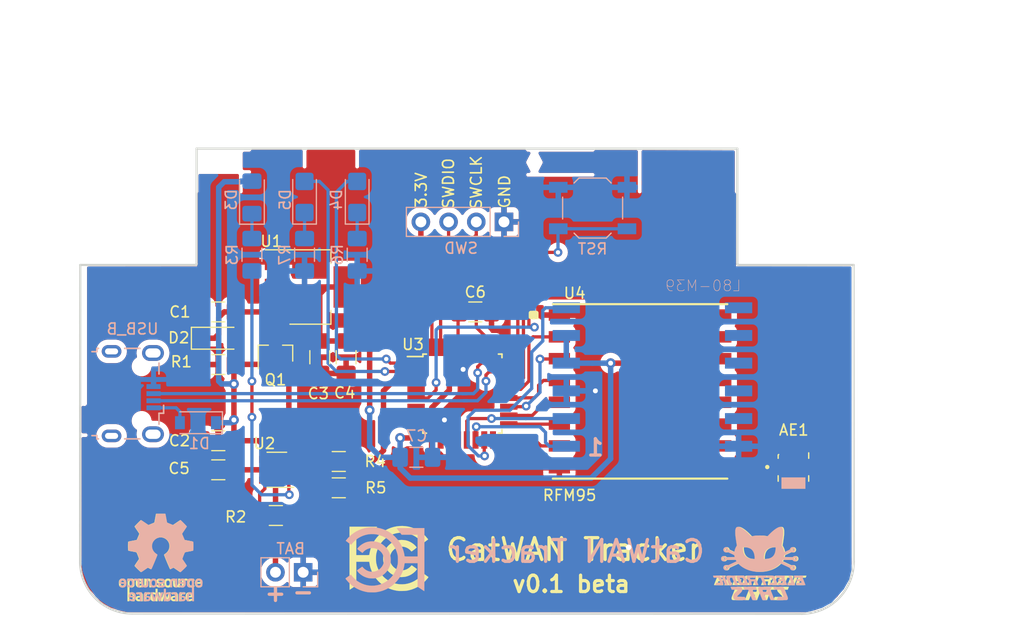
<source format=kicad_pcb>
(kicad_pcb (version 20221018) (generator pcbnew)
  (title_block (title "CatWAN Tracker") (date "2019-03-25") (rev "0.1") (company "Electronic Cats") (comment 1 "Ignacio Acosta"))
  (layers (0 "F.Cu" signal) (31 "B.Cu" signal) (34 "B.Paste" user) (35 "F.Paste" user) (36 "B.SilkS" user "B.Silkscreen") (37 "F.SilkS" user "F.Silkscreen") (38 "B.Mask" user) (39 "F.Mask" user) (44 "Edge.Cuts" user))
  (net 0 "")
  (net 1 "GND")
  (net 2 "Net-(AE1-Pad1)")
  (net 3 "Net-(C1-Pad1)")
  (net 4 "+5V")
  (net 5 "+3V3")
  (net 6 "+BATT")
  (net 7 "/microcontroller/VDD_CORE")
  (net 8 "Net-(D1-Pad2)")
  (net 9 "Net-(D3-Pad1)")
  (net 10 "Net-(D4-Pad1)")
  (net 11 "/microcontroller/LED_1")
  (net 12 "/microcontroller/LED_2")
  (net 13 "Net-(D5-Pad1)")
  (net 14 "D-")
  (net 15 "D+")
  (net 16 "/microcontroller/SWCLK")
  (net 17 "/microcontroller/SWDIO")
  (net 18 "/microcontroller/RX_GPS")
  (net 19 "/microcontroller/TX_GPS")
  (net 20 "/microcontroller/1PPS")
  (net 21 "Net-(MODULE1-Pad7)")
  (net 22 "Net-(MODULE1-Pad8)")
  (net 23 "Net-(MODULE1-Pad10)")
  (net 24 "Net-(MODULE1-Pad11)")
  (net 25 "Net-(R2-Pad1)")
  (net 26 "Net-(R3-Pad2)")
  (net 27 "V_DIV")
  (net 28 "/microcontroller/RST_SAMD")
  (net 29 "Net-(U3-Pad4)")
  (net 30 "/microcontroller/DIO0")
  (net 31 "Net-(U3-Pad6)")
  (net 32 "Net-(U3-Pad7)")
  (net 33 "Net-(U3-Pad8)")
  (net 34 "Net-(U3-Pad11)")
  (net 35 "Net-(U3-Pad12)")
  (net 36 "/microcontroller/DIO5")
  (net 37 "/microcontroller/RST_RF")
  (net 38 "/microcontroller/NSS")
  (net 39 "/microcontroller/MOSI")
  (net 40 "/microcontroller/SCK")
  (net 41 "/microcontroller/MISO")
  (net 42 "/microcontroller/DIO1")
  (net 43 "/microcontroller/DIO2")
  (net 44 "Net-(U3-Pad27)")
  (net 45 "Net-(U4-Pad11)")
  (net 46 "Net-(U4-Pad12)")
  (footprint "Package_TO_SOT_SMD:SOT-223-3_TabPin2" (layer "F.Cu") (at 123.952 79.883)
    (fp_text reference "U1")
    (fp_text value "AP2114-3.3")
  )
  (footprint "gps_LoRa:MOLEX_1661" (layer "F.Cu") (at 168.275 96.393 -90)
    (fp_text reference "AE1")
    (fp_text value "Antenna_Shield")
  )
  (footprint "Capacitor_SMD:C_1206_3216Metric_Pad1.42x1.75mm_HandSolder" (layer "F.Cu") (at 115.5335 93.98 180)
    (fp_text reference "C2")
    (fp_text value "10uf")
  )
  (footprint "Capacitor_SMD:C_1206_3216Metric_Pad1.42x1.75mm_HandSolder" (layer "F.Cu") (at 124.841 86.3235 -90)
    (fp_text reference "C3")
    (fp_text value "100uf")
  )
  (footprint "Capacitor_SMD:C_1206_3216Metric_Pad1.42x1.75mm_HandSolder" (layer "F.Cu") (at 127.254 86.3235 -90)
    (fp_text reference "C4")
    (fp_text value "0.1uf")
  )
  (footprint "Capacitor_SMD:C_1206_3216Metric_Pad1.42x1.75mm_HandSolder" (layer "F.Cu") (at 115.5335 96.647 180)
    (fp_text reference "C5")
    (fp_text value "10uf")
  )
  (footprint "Capacitor_SMD:C_1206_3216Metric_Pad1.42x1.75mm_HandSolder" (layer "F.Cu") (at 139.1015 82.169)
    (fp_text reference "C6")
    (fp_text value "1uf")
  )
  (footprint "Package_TO_SOT_SMD:SOT-23" (layer "F.Cu") (at 120.777 85.979 90)
    (fp_text reference "Q1")
    (fp_text value "Q_PMOS_GSD")
  )
  (footprint "Resistor_SMD:R_1206_3216Metric_Pad1.42x1.75mm_HandSolder" (layer "F.Cu") (at 115.5335 86.995 180)
    (fp_text reference "R1")
    (fp_text value "47k")
  )
  (footprint "Resistor_SMD:R_1206_3216Metric_Pad1.42x1.75mm_HandSolder" (layer "F.Cu") (at 120.8135 100.838)
    (fp_text reference "R2")
    (fp_text value "2k")
  )
  (footprint "Resistor_SMD:R_1206_3216Metric_Pad1.42x1.75mm_HandSolder" (layer "F.Cu") (at 126.5825 95.885)
    (fp_text reference "R4")
    (fp_text value "100k")
  )
  (footprint "Resistor_SMD:R_1206_3216Metric_Pad1.42x1.75mm_HandSolder" (layer "F.Cu") (at 126.5825 98.298 180)
    (fp_text reference "R5")
    (fp_text value "100k")
  )
  (footprint "Package_TO_SOT_SMD:SOT-23-5" (layer "F.Cu") (at 120.904 96.647 180)
    (fp_text reference "U2")
    (fp_text value "MCP73831-3-OT")
  )
  (footprint "gps_LoRa:RFM95W" (layer "F.Cu") (at 154.212 89.456)
    (fp_text reference "U4")
    (fp_text value "RFM95")
  )
  (footprint "Package_QFP:TQFP-32_7x7mm_P0.8mm" (layer "F.Cu") (at 137.922 89.662)
    (fp_text reference "U3")
    (fp_text value "ATSAMD21E")
  )
  (footprint "Capacitor_SMD:C_1206_3216Metric_Pad1.42x1.75mm_HandSolder" (layer "F.Cu") (at 115.5335 82.169 180)
    (fp_text reference "C1")
    (fp_text value "10uf")
  )
  (footprint "Diode_SMD:D_SOD-123" (layer "F.Cu") (at 115.316 84.582)
    (fp_text reference "D2")
    (fp_text value "D_Schottky")
  )
  (footprint "Aesthetics:electronic_cats_logo_8x6" (layer "F.Cu") (at 165.23 105.24)
    (fp_text reference "G***" hide)
    (fp_text value "LOGO" hide)
  )
  (footprint "Symbols:FCC-Logo_7.3x6mm_SilkScreen" (layer "F.Cu") (at 131.191 104.775)
    (fp_text reference "REF***" hide)
    (fp_text value "FCC-Logo_7.3x6mm_SilkScreen" hide)
  )
  (footprint "Symbols:OSHW-Logo_7.5x8mm_SilkScreen" (layer "F.Cu") (at 110.23 104.69)
    (fp_text reference "REF***" hide)
    (fp_text value "OSHW-Logo_7.5x8mm_SilkScreen" hide)
  )
  (footprint "Diode_SMD:D_SOD-123" (layer "B.Cu") (at 113.665 92.329 180)
    (fp_text reference "D1")
    (fp_text value "D_Schottky")
  )
  (footprint "LED_SMD:LED_1206_3216Metric_Pad1.42x1.75mm_HandSolder" (layer "B.Cu") (at 118.618 71.6645 90)
    (fp_text reference "D3")
    (fp_text value "LED")
  )
  (footprint "LED_SMD:LED_1206_3216Metric_Castellated" (layer "B.Cu") (at 128.27 71.628 90)
    (fp_text reference "D4")
    (fp_text value "LED_GREEN")
  )
  (footprint "Connector_PinHeader_2.54mm:PinHeader_1x02_P2.54mm_Vertical" (layer "B.Cu") (at 123.317 106.045 90)
    (fp_text reference "J2")
    (fp_text value "BAT")
  )
  (footprint "Connector_PinHeader_2.54mm:PinHeader_1x04_P2.54mm_Vertical" (layer "B.Cu") (at 141.732 73.914 90)
    (fp_text reference "J3")
    (fp_text value "SWD")
  )
  (footprint "Resistor_SMD:R_1206_3216Metric_Pad1.42x1.75mm_HandSolder" (layer "B.Cu") (at 128.27 76.9255 -90)
    (fp_text reference "R6")
    (fp_text value "330")
  )
  (footprint "Resistor_SMD:R_1206_3216Metric_Pad1.42x1.75mm_HandSolder" (layer "B.Cu") (at 123.444 76.9255 -90)
    (fp_text reference "R7")
    (fp_text value "330")
  )
  (footprint "Button_Switch_SMD:SW_SPST_TL3342" (layer "B.Cu") (at 149.86 72.644 180)
    (fp_text reference "SW1")
    (fp_text value "RST")
  )
  (footprint "Connector_USB:USB_Micro-B_Wuerth_629105150521" (layer "B.Cu") (at 107.696 89.662 90)
    (fp_text reference "J1")
    (fp_text value "USB_B")
  )
  (footprint "Resistor_SMD:R_1206_3216Metric_Pad1.42x1.75mm_HandSolder" (layer "B.Cu") (at 118.618 76.9255 -90)
    (fp_text reference "R3")
    (fp_text value "330")
  )
  (footprint "LED_SMD:LED_1206_3216Metric_Castellated" (layer "B.Cu") (at 123.444 71.628 90)
    (fp_text reference "D5")
    (fp_text value "LED_RED")
  )
  (footprint "QUECTEL_L80-M39" (layer "B.Cu") (at 155.347 88.988 180)
    (fp_text reference "MODULE1")
    (fp_text value "L80-M39")
  )
  (footprint "Aesthetics:electronic_cats_logo_8x6" (layer "B.Cu") (at 165.14 105.24 180)
    (fp_text reference "G***" hide)
    (fp_text value "LOGO" hide)
  )
  (footprint "Symbols:FCC-Logo_7.3x6mm_SilkScreen" (layer "B.Cu") (at 130.81 104.902 180)
    (fp_text reference "REF***" hide)
    (fp_text value "FCC-Logo_7.3x6mm_SilkScreen" hide)
  )
  (footprint "Symbols:OSHW-Logo_7.5x8mm_SilkScreen" (layer "B.Cu") (at 110.28 104.69 180)
    (fp_text reference "REF***" hide)
    (fp_text value "OSHW-Logo_7.5x8mm_SilkScreen" hide)
  )
  (footprint "Capacitor_SMD:C_1206_3216Metric_Pad1.42x1.75mm_HandSolder" (layer "B.Cu") (at 133.6945 95.504)
    (fp_text reference "C7")
    (fp_text value "0.1uf")
  )
  (gr_arc (start 173.81 105.07) (mid 172.40997 108.44997) (end 169.03 109.85) (stroke (width 0.2)) (layer "Edge.Cuts"))
  (gr_line (start 113.465 77.8603) (end 113.45 77.8617) (stroke (width 0.2)) (layer "Edge.Cuts"))
  (gr_line (start 113.44 77.8617) (end 102.877 77.8617) (stroke (width 0.2)) (layer "Edge.Cuts"))
  (gr_line (start 113.545 77.7617) (end 113.544 77.7813) (stroke (width 0.2)) (layer "Edge.Cuts"))
  (gr_line (start 163.13 77.7813) (end 163.129 77.7617) (stroke (width 0.2)) (layer "Edge.Cuts"))
  (gr_line (start 113.483 77.8545) (end 113.465 77.8603) (stroke (width 0.2)) (layer "Edge.Cuts"))
  (gr_line (start 163.129 77.7568) (end 163.129 67.1937) (stroke (width 0.2)) (layer "Edge.Cuts"))
  (gr_line (start 163.136 77.8002) (end 163.13 77.7813) (stroke (width 0.2)) (layer "Edge.Cuts"))
  (gr_line (start 113.538 77.8002) (end 113.529 77.8175) (stroke (width 0.2)) (layer "Edge.Cuts"))
  (gr_line (start 113.544 77.7813) (end 113.538 77.8002) (stroke (width 0.2)) (layer "Edge.Cuts"))
  (gr_line (start 113.545 67.1937) (end 113.545 77.7568) (stroke (width 0.2)) (layer "Edge.Cuts"))
  (gr_line (start 113.501 77.8452) (end 113.483 77.8545) (stroke (width 0.2)) (layer "Edge.Cuts"))
  (gr_line (start 163.158 77.8328) (end 163.145 77.8175) (stroke (width 0.2)) (layer "Edge.Cuts"))
  (gr_line (start 163.129 77.7617) (end 163.129 77.7568) (stroke (width 0.2)) (layer "Edge.Cuts"))
  (gr_line (start 163.209 77.8603) (end 163.191 77.8545) (stroke (width 0.2)) (layer "Edge.Cuts"))
  (gr_line (start 163.191 77.8545) (end 163.173 77.8452) (stroke (width 0.2)) (layer "Edge.Cuts"))
  (gr_line (start 163.145 77.8175) (end 163.136 77.8002) (stroke (width 0.2)) (layer "Edge.Cuts"))
  (gr_line (start 113.545 77.7568) (end 113.545 77.7617) (stroke (width 0.2)) (layer "Edge.Cuts"))
  (gr_line (start 163.229 77.8622) (end 163.209 77.8603) (stroke (width 0.2)) (layer "Edge.Cuts"))
  (gr_line (start 173.81 105.07) (end 173.797 77.8617) (stroke (width 0.2)) (layer "Edge.Cuts"))
  (gr_line (start 163.129 67.1937) (end 113.545 67.1937) (stroke (width 0.2)) (layer "Edge.Cuts"))
  (gr_arc (start 107.64 109.83) (mid 104.26003 108.42997) (end 102.86 105.05) (stroke (width 0.2)) (layer "Edge.Cuts"))
  (gr_line (start 113.45 77.8617) (end 113.445 77.8622) (stroke (width 0.2)) (layer "Edge.Cuts"))
  (gr_line (start 113.445 77.8622) (end 113.44 77.8617) (stroke (width 0.2)) (layer "Edge.Cuts"))
  (gr_line (start 113.529 77.8175) (end 113.516 77.8328) (stroke (width 0.2)) (layer "Edge.Cuts"))
  (gr_line (start 163.173 77.8452) (end 163.158 77.8328) (stroke (width 0.2)) (layer "Edge.Cuts"))
  (gr_line (start 173.797 77.8617) (end 163.234 77.8617) (stroke (width 0.2)) (layer "Edge.Cuts"))
  (gr_line (start 113.516 77.8328) (end 113.501 77.8452) (stroke (width 0.2)) (layer "Edge.Cuts"))
  (gr_line (start 107.64 109.83) (end 169.03 109.85) (stroke (width 0.2)) (layer "Edge.Cuts"))
  (gr_line (start 102.877 77.8617) (end 102.86 105.05) (stroke (width 0.2)) (layer "Edge.Cuts"))
  (gr_line (start 163.234 77.8617) (end 163.229 77.8622) (stroke (width 0.2)) (layer "Edge.Cuts"))
  (gr_text "-" (at 123.317 107.823) (layer "B.SilkS") (effects (font (size 1.5 1.5) (thickness 0.3)) (justify mirror)))
  (gr_text "1" (at 150.114 94.615) (layer "B.SilkS") (effects (font (size 1.5 1.5) (thickness 0.3)) (justify mirror)))
  (gr_text "CatWAN Tracker" (at 148.41 104.13) (layer "B.SilkS") (effects (font (size 2 2) (thickness 0.3)) (justify mirror)))
  (gr_text "+" (at 120.777 107.95) (layer "B.SilkS") (effects (font (size 1.5 1.5) (thickness 0.3)) (justify mirror)))
  (gr_text "SWDIO\n" (at 136.64 70.38 90) (layer "F.SilkS") (effects (font (size 1 1))))
  (gr_text "SWCLK\n" (at 139.19 70.29 90) (layer "F.SilkS") (effects (font (size 1 1))))
  (gr_text "GND\n\n" (at 142.59 71.14 90) (layer "F.SilkS") (effects (font (size 1 1))))
  (gr_text "CatWAN Tracker" (at 148.15 103.96) (layer "F.SilkS") (effects (font (size 2 2) (thickness 0.3))))
  (gr_text "3.3V" (at 134.14 70.99 90) (layer "F.SilkS") (effects (font (size 1 1))))
  (gr_text "v0.1 beta" (at 147.9 107.13) (layer "F.SilkS") (effects (font (size 1.5 1.5) (thickness 0.3))))
  (segment (start 137.9855 87.4395) (end 137.922 87.503) (width 0.5) (layer "F.Cu") (net 1))
  (segment (start 122.004 96.647) (end 123.034 96.647) (width 0.5) (layer "F.Cu") (net 1))
  (segment (start 135.922 93.912) (end 135.922 92.424) (width 0.5) (layer "F.Cu") (net 1))
  (segment (start 135.922 92.424) (end 136.271 92.075) (width 0.5) (layer "F.Cu") (net 1))
  (segment (start 151.925 82.456) (end 152.019 82.55) (width 0.5) (layer "F.Cu") (net 1))
  (segment (start 138.247001 86.161999) (end 138.247001 87.177999) (width 0.5) (layer "F.Cu") (net 1))
  (segment (start 123.444 97.79) (end 123.952 98.298) (width 0.5) (layer "F.Cu") (net 1))
  (segment (start 148.287 82.456) (end 148.32 82.423) (width 0.5) (layer "F.Cu") (net 1))
  (segment (start 148.32 82.423) (end 149.733 82.423) (width 0.5) (layer "F.Cu") (net 1))
  (segment (start 138.322 86.087) (end 138.247001 86.161999) (width 0.5) (layer "F.Cu") (net 1))
  (segment (start 146.812 82.456) (end 151.925 82.456) (width 0.5) (layer "F.Cu") (net 1))
  (segment (start 123.952 98.298) (end 125.095 98.298) (width 0.5) (layer "F.Cu") (net 1))
  (segment (start 123.034 96.647) (end 123.444 97.057) (width 0.5) (layer "F.Cu") (net 1))
  (segment (start 146.812 82.456) (end 148.287 82.456) (width 0.5) (layer "F.Cu") (net 1))
  (segment (start 123.444 97.057) (end 123.444 97.79) (width 0.5) (layer "F.Cu") (net 1))
  (segment (start 138.322 85.412) (end 138.322 86.087) (width 0.5) (layer "F.Cu") (net 1))
  (segment (start 138.247001 87.177999) (end 137.9855 87.4395) (width 0.5) (layer "F.Cu") (net 1))
  (via (at 153.162 103.759) (size 0.9) (drill 0.45) (layers "F.Cu" "B.Cu") (net 1))
  (via (at 137.9855 87.4395) (size 0.9) (drill 0.45) (layers "F.Cu" "B.Cu") (net 1))
  (via (at 153.162 103.759) (size 0.9) (drill 0.45) (layers "F.Cu" "B.Cu") (net 1))
  (via (at 153.162 103.759) (size 0.9) (drill 0.45) (layers "F.Cu" "B.Cu") (net 1))
  (via (at 153.162 103.759) (size 0.9) (drill 0.45) (layers "F.Cu" "B.Cu") (net 1))
  (via (at 153.162 103.759) (size 0.9) (drill 0.45) (layers "F.Cu" "B.Cu") (net 1))
  (via (at 153.162 103.759) (size 0.9) (drill 0.45) (layers "F.Cu" "B.Cu") (net 1))
  (via (at 153.162 103.759) (size 0.9) (drill 0.45) (layers "F.Cu" "B.Cu") (net 1))
  (via (at 153.162 103.759) (size 0.9) (drill 0.45) (layers "F.Cu" "B.Cu") (net 1))
  (via (at 153.162 103.759) (size 0.9) (drill 0.45) (layers "F.Cu" "B.Cu") (net 1))
  (via (at 153.162 103.759) (size 0.9) (drill 0.45) (layers "F.Cu" "B.Cu") (net 1))
  (via (at 136.271 92.075) (size 0.9) (drill 0.45) (layers "F.Cu" "B.Cu") (net 1))
  (via (at 150.114 89.408) (size 0.9) (drill 0.45) (layers "F.Cu" "B.Cu") (net 1))
  (via (at 153.162 103.759) (size 0.9) (drill 0.45) (layers "F.Cu" "B.Cu") (net 1))
  (via (at 153.162 103.759) (size 0.9) (drill 0.45) (layers "F.Cu" "B.Cu") (net 1))
  (via (at 153.162 103.759) (size 0.9) (drill 0.45) (layers "F.Cu" "B.Cu") (net 1))
  (via (at 153.162 103.759) (size 0.9) (drill 0.45) (layers "F.Cu" "B.Cu") (net 1))
  (via (at 153.162 103.759) (size 0.9) (drill 0.45) (layers "F.Cu" "B.Cu") (net 1))
  (segment (start 109.596 88.362) (end 109.596 88.986999) (width 0.5) (layer "B.Cu") (net 1))
  (segment (start 147.447 89.408) (end 150.114 89.408) (width 0.5) (layer "B.Cu") (net 1))
  (segment (start 161.612 96.456) (end 166.712 96.456) (width 0.5) (layer "F.Cu") (net 2))
  (segment (start 166.712 96.456) (end 166.775 96.393) (width 0.3) (layer "F.Cu") (net 2))
  (segment (start 117.021 82.169) (end 120.788 82.169) (width 0.5) (layer "F.Cu") (net 3))
  (segment (start 120.788 82.169) (end 120.802 82.183) (width 0.5) (layer "F.Cu") (net 3))
  (segment (start 113.794 84.582) (end 115.189 84.582) (width 0.5) (layer "F.Cu") (net 3))
  (segment (start 115.57 84.201) (end 115.57 82.677) (width 0.5) (layer "F.Cu") (net 3))
  (segment (start 115.57 82.677) (end 116.078 82.169) (width 0.5) (layer "F.Cu") (net 3))
  (segment (start 120.777 82.208) (end 120.802 82.183) (width 0.5) (layer "F.Cu") (net 3))
  (segment (start 116.078 82.169) (end 117.021 82.169) (width 0.5) (layer "F.Cu") (net 3))
  (segment (start 115.189 84.582) (end 115.57 84.201) (width 0.5) (layer "F.Cu") (net 3))
  (segment (start 120.777 84.979) (end 120.777 82.208) (width 0.5) (layer "F.Cu") (net 3))
  (segment (start 117.021 84.655) (end 117.094 84.582) (width 0.5) (layer "F.Cu") (net 4))
  (segment (start 117.021 93.98) (end 119.253 93.98) (width 0.5) (layer "F.Cu") (net 4))
  (segment (start 119.827 86.979) (end 117.037 86.979) (width 0.5) (layer "F.Cu") (net 4))
  (segment (start 119.804 94.531) (end 119.804 95.697) (width 0.5) (layer "F.Cu") (net 4))
  (segment (start 116.967 92.075) (end 116.967 93.926) (width 0.5) (layer "F.Cu") (net 4))
  (segment (start 117.037 86.979) (end 117.021 86.995) (width 0.5) (layer "F.Cu") (net 4))
  (segment (start 119.253 93.98) (end 119.804 94.531) (width 0.5) (layer "F.Cu") (net 4))
  (segment (start 117.021 86.995) (end 117.021 84.655) (width 0.5) (layer "F.Cu") (net 4))
  (segment (start 116.967 88.773) (end 116.967 87.049) (width 0.5) (layer "F.Cu") (net 4))
  (segment (start 116.967 92.075) (end 116.967 88.773) (width 0.5) (layer "F.Cu") (net 4))
  (segment (start 119.738 95.758) (end 119.804 95.824) (width 0.5) (layer "F.Cu") (net 4))
  (segment (start 116.967 87.049) (end 117.021 86.995) (width 0.5) (layer "F.Cu") (net 4))
  (segment (start 116.967 93.926) (end 117.021 93.98) (width 0.5) (layer "F.Cu") (net 4))
  (via (at 116.967 88.773) (size 0.9) (drill 0.45) (layers "F.Cu" "B.Cu") (net 4))
  (via (at 116.967 92.075) (size 0.9) (drill 0.45) (layers "F.Cu" "B.Cu") (net 4))
  (segment (start 118.618 70.177) (end 117.643 70.177) (width 0.5) (layer "B.Cu") (net 4))
  (segment (start 115.824 88.773) (end 116.967 88.773) (width 0.5) (layer "B.Cu") (net 4))
  (segment (start 115.57 88.519) (end 115.824 88.773) (width 0.5) (layer "B.Cu") (net 4))
  (segment (start 117.643 70.177) (end 117.589 70.231) (width 0.5) (layer "B.Cu") (net 4))
  (segment (start 116.713 92.329) (end 116.967 92.075) (width 0.5) (layer "B.Cu") (net 4))
  (segment (start 117.589 70.231) (end 116.078 70.231) (width 0.5) (layer "B.Cu") (net 4))
  (segment (start 115.57 70.739) (end 115.57 88.519) (width 0.5) (layer "B.Cu") (net 4))
  (segment (start 115.315 92.329) (end 116.713 92.329) (width 0.5) (layer "B.Cu") (net 4))
  (segment (start 116.078 70.231) (end 115.57 70.739) (width 0.5) (layer "B.Cu") (net 4))
  (segment (start 124.333 79.883) (end 124.841 79.883) (width 0.5) (layer "F.Cu") (net 5))
  (segment (start 158.241 86.868) (end 159.829 88.456) (width 0.5) (layer "F.Cu") (net 5))
  (segment (start 129.413 88.392) (end 129.413 91.186) (width 0.5) (layer "F.Cu") (net 5))
  (segment (start 136.722 89.338) (end 135.122 90.938) (width 0.5) (layer "F.Cu") (net 5))
  (segment (start 120.802 79.883) (end 122.302 79.883) (width 0.5) (layer "F.Cu") (net 5))
  (segment (start 124.841 84.0235) (end 124.841 80.391) (width 0.5) (layer "F.Cu") (net 5))
  (segment (start 125.476 79.883) (end 127.102 79.883) (width 0.5) (layer "F.Cu") (net 5))
  (segment (start 128.524 84.836) (end 128.905 84.836) (width 0.5) (layer "F.Cu") (net 5))
  (segment (start 128.524 84.836) (end 130.175 84.836) (width 0.5) (layer "F.Cu") (net 5))
  (segment (start 128.905 84.836) (end 129.413 85.344) (width 0.5) (layer "F.Cu") (net 5))
  (segment (start 124.841 80.391) (end 124.841 79.883) (width 0.5) (layer "F.Cu") (net 5))
  (segment (start 151.511 86.868) (end 158.241 86.868) (width 0.5) (layer "F.Cu") (net 5))
  (segment (start 134.936 93.726) (end 135.122 93.912) (width 0.5) (layer "F.Cu") (net 5))
  (segment (start 129.413 85.852) (end 129.413 88.392) (width 0.5) (layer "F.Cu") (net 5))
  (segment (start 132.207 93.726) (end 134.936 93.726) (width 0.5) (layer "F.Cu") (net 5))
  (segment (start 124.333 79.883) (end 124.841 80.391) (width 0.5) (layer "F.Cu") (net 5))
  (segment (start 124.841 84.836) (end 124.841 84.0235) (width 0.5) (layer "F.Cu") (net 5))
  (segment (start 124.968 80.391) (end 125.476 79.883) (width 0.5) (layer "F.Cu") (net 5))
  (segment (start 127.254 84.836) (end 128.524 84.836) (width 0.5) (layer "F.Cu") (net 5))
  (segment (start 124.841 80.391) (end 124.968 80.391) (width 0.5) (layer "F.Cu") (net 5))
  (segment (start 136.722 85.412) (end 136.722 89.338) (width 0.5) (layer "F.Cu") (net 5))
  (segment (start 129.413 85.344) (end 129.413 85.852) (width 0.5) (layer "F.Cu") (net 5))
  (segment (start 122.302 79.883) (end 124.333 79.883) (width 0.5) (layer "F.Cu") (net 5))
  (segment (start 124.841 79.883) (end 125.476 79.883) (width 0.5) (layer "F.Cu") (net 5))
  (segment (start 129.921 84.836) (end 129.413 85.344) (width 0.5) (layer "F.Cu") (net 5))
  (segment (start 132.461 84.836) (end 134.112 83.185) (width 0.5) (layer "F.Cu") (net 5))
  (segment (start 130.175 84.836) (end 129.921 84.836) (width 0.5) (layer "F.Cu") (net 5))
  (segment (start 128.905 84.836) (end 129.032 84.836) (width 0.5) (layer "F.Cu") (net 5))
  (segment (start 130.175 84.836) (end 132.461 84.836) (width 0.5) (layer "F.Cu") (net 5))
  (segment (start 134.112 83.185) (end 134.112 73.914) (width 0.5) (layer "F.Cu") (net 5))
  (segment (start 135.122 90.938) (end 135.122 93.912) (width 0.5) (layer "F.Cu") (net 5))
  (segment (start 161.612 88.456) (end 159.829 88.456) (width 0.5) (layer "F.Cu") (net 5))
  (segment (start 124.841 84.836) (end 127.254 84.836) (width 0.5) (layer "F.Cu") (net 5))
  (via (at 151.511 86.868) (size 0.9) (drill 0.45) (layers "F.Cu" "B.Cu") (net 5))
  (via (at 132.207 93.726) (size 0.9) (drill 0.45) (layers "F.Cu" "B.Cu") (net 5))
  (via (at 129.413 91.186) (size 0.9) (drill 0.45) (layers "F.Cu" "B.Cu") (net 5))
  (segment (start 149.86 86.868) (end 151.511 86.868) (width 0.5) (layer "B.Cu") (net 5))
  (segment (start 132.207 95.504) (end 132.207 96.479) (width 0.5) (layer "B.Cu") (net 5))
  (segment (start 130.429 95.504) (end 132.207 95.504) (width 0.5) (layer "B.Cu") (net 5))
  (segment (start 147.447 86.868) (end 147.447 84.328) (width 0.5) (layer "B.Cu") (net 5))
  (segment (start 129.413 94.488) (end 130.429 95.504) (width 0.5) (layer "B.Cu") (net 5))
  (segment (start 147.447 86.868) (end 149.86 86.868) (width 0.5) (layer "B.Cu") (net 5))
  (segment (start 133.137 97.409) (end 149.733 97.409) (width 0.5) (layer "B.Cu") (net 5))
  (segment (start 129.413 91.186) (end 129.413 94.488) (width 0.5) (layer "B.Cu") (net 5))
  (segment (start 149.733 97.409) (end 151.511 95.631) (width 0.5) (layer "B.Cu") (net 5))
  (segment (start 151.511 95.631) (end 151.511 86.868) (width 0.5) (layer "B.Cu") (net 5))
  (segment (start 132.207 95.504) (end 132.207 93.726) (width 0.5) (layer "B.Cu") (net 5))
  (segment (start 132.207 96.479) (end 133.137 97.409) (width 0.5) (layer "B.Cu") (net 5))
  (segment (start 120.974 95.697) (end 122.004 95.697) (width 0.5) (layer "F.Cu") (net 6))
  (segment (start 121.727 86.979) (end 121.727 87.929) (width 0.5) (layer "F.Cu") (net 6))
  (segment (start 120.784001 96.258999) (end 120.784001 95.886999) (width 0.5) (layer "F.Cu") (net 6))
  (segment (start 120.784001 95.886999) (end 120.974 95.697) (width 0.5) (layer "F.Cu") (net 6))
  (segment (start 120.396 96.647) (end 120.784001 96.258999) (width 0.5) (layer "F.Cu") (net 6))
  (segment (start 122.004 95.697) (end 124.907 95.697) (width 0.5) (layer "F.Cu") (net 6))
  (segment (start 120.784001 97.035001) (end 120.784001 96.781001) (width 0.5) (layer "F.Cu") (net 6))
  (segment (start 120.777 101.187968) (end 120.777 106.045) (width 0.5) (layer "F.Cu") (net 6))
  (segment (start 120.784001 101.180967) (end 120.777 101.187968) (width 0.5) (layer "F.Cu") (net 6))
  (segment (start 121.727 87.929) (end 122.004 88.206) (width 0.5) (layer "F.Cu") (net 6))
  (segment (start 120.784001 101.180967) (end 120.784001 97.035001) (width 0.5) (layer "F.Cu") (net 6))
  (segment (start 117.021 96.647) (end 120.269 96.647) (width 0.5) (layer "F.Cu") (net 6))
  (segment (start 120.269 96.647) (end 120.65 96.647) (width 0.5) (layer "F.Cu") (net 6))
  (segment (start 122.004 88.206) (end 122.004 90.635) (width 0.5) (layer "F.Cu") (net 6))
  (segment (start 120.784001 96.781001) (end 120.784001 96.258999) (width 0.5) (layer "F.Cu") (net 6))
  (segment (start 120.65 96.647) (end 120.784001 96.781001) (width 0.5) (layer "F.Cu") (net 6))
  (segment (start 124.907 95.697) (end 125.095 95.885) (width 0.5) (layer "F.Cu") (net 6))
  (segment (start 120.396 96.647) (end 120.784001 97.035001) (width 0.5) (layer "F.Cu") (net 6))
  (segment (start 122.004 95.697) (end 122.004 90.635) (width 0.5) (layer "F.Cu") (net 6))
  (segment (start 120.269 96.647) (end 120.396 96.647) (width 0.5) (layer "F.Cu") (net 6))
  (segment (start 137.522 85.412) (end 137.522 82.261) (width 0.3) (layer "F.Cu") (net 7))
  (segment (start 137.522 82.261) (end 137.614 82.169) (width 0.3) (layer "F.Cu") (net 7))
  (segment (start 109.596 90.962) (end 111.663 90.962) (width 0.3) (layer "B.Cu") (net 8))
  (segment (start 112.015 91.314) (end 112.015 92.329) (width 0.3) (layer "B.Cu") (net 8))
  (segment (start 111.663 90.962) (end 112.015 91.314) (width 0.3) (layer "B.Cu") (net 8))
  (segment (start 118.618 73.152) (end 118.618 75.438) (width 0.3) (layer "B.Cu") (net 9))
  (segment (start 128.27 75.438) (end 128.27 73.053) (width 0.3) (layer "B.Cu") (net 10))
  (segment (start 131.312 86.862) (end 130.937 86.487) (width 0.3) (layer "F.Cu") (net 11))
  (segment (start 133.672 86.862) (end 131.312 86.862) (width 0.3) (layer "F.Cu") (net 11))
  (via (at 130.937 86.487) (size 0.8) (drill 0.4) (layers "F.Cu" "B.Cu") (net 11))
  (segment (start 128.27 70.203) (end 127.345 70.203) (width 0.3) (layer "B.Cu") (net 11))
  (segment (start 126.365 71.183) (end 126.365 86.106) (width 0.3) (layer "B.Cu") (net 11))
  (segment (start 126.365 86.106) (end 126.746 86.487) (width 0.3) (layer "B.Cu") (net 11))
  (segment (start 127.345 70.203) (end 126.365 71.183) (width 0.3) (layer "B.Cu") (net 11))
  (segment (start 126.746 86.487) (end 130.937 86.487) (width 0.3) (layer "B.Cu") (net 11))
  (segment (start 133.64 87.63) (end 133.672 87.662) (width 0.3) (layer "F.Cu") (net 12))
  (segment (start 130.81 87.63) (end 133.64 87.63) (width 0.3) (layer "F.Cu") (net 12))
  (via (at 130.81 87.63) (size 0.8) (drill 0.4) (layers "F.Cu" "B.Cu") (net 12))
  (segment (start 123.444 70.203) (end 124.813 70.203) (width 0.3) (layer "B.Cu") (net 12))
  (segment (start 124.813 70.203) (end 125.603 70.993) (width 0.3) (layer "B.Cu") (net 12))
  (segment (start 126.365 87.63) (end 130.81 87.63) (width 0.3) (layer "B.Cu") (net 12))
  (segment (start 125.603 86.868) (end 126.365 87.63) (width 0.3) (layer "B.Cu") (net 12))
  (segment (start 125.603 70.993) (end 125.603 86.868) (width 0.3) (layer "B.Cu") (net 12))
  (segment (start 123.444 75.438) (end 123.444 73.053) (width 0.3) (layer "B.Cu") (net 13))
  (segment (start 140.43 87.662) (end 142.172 87.662) (width 0.3) (layer "F.Cu") (net 14))
  (segment (start 140.081 87.953315) (end 140.372315 87.662) (width 0.3) (layer "F.Cu") (net 14))
  (segment (start 140.081 88.519) (end 140.081 87.953315) (width 0.3) (layer "F.Cu") (net 14))
  (segment (start 140.372315 87.662) (end 140.43 87.662) (width 0.3) (layer "F.Cu") (net 14))
  (via (at 140.081 88.519) (size 0.8) (drill 0.4) (layers "F.Cu" "B.Cu") (net 14))
  (segment (start 139.304 90.312) (end 140.081 89.535) (width 0.3) (layer "B.Cu") (net 14))
  (segment (start 138.064 90.312) (end 139.304 90.312) (width 0.3) (layer "B.Cu") (net 14))
  (segment (start 138.064 90.312) (end 138.36012 90.312) (width 0.3) (layer "B.Cu") (net 14))
  (segment (start 109.596 90.312) (end 138.064 90.312) (width 0.3) (layer "B.Cu") (net 14))
  (segment (start 140.081 89.535) (end 140.081 88.519) (width 0.3) (layer "B.Cu") (net 14))
  (segment (start 142.172 86.862) (end 140.341 86.862) (width 0.3) (layer "F.Cu") (net 15))
  (segment (start 139.319 87.191315) (end 139.648315 86.862) (width 0.3) (layer "F.Cu") (net 15))
  (segment (start 139.648315 86.862) (end 140.341 86.862) (width 0.3) (layer "F.Cu") (net 15))
  (segment (start 139.319 87.757) (end 139.319 87.191315) (width 0.3) (layer "F.Cu") (net 15))
  (via (at 139.319 87.757) (size 0.8) (drill 0.4) (layers "F.Cu" "B.Cu") (net 15))
  (segment (start 138.938 89.662) (end 139.319 89.281) (width 0.3) (layer "B.Cu") (net 15))
  (segment (start 139.319 88.011) (end 139.319 87.757) (width 0.3) (layer "B.Cu") (net 15))
  (segment (start 109.596 89.662) (end 137.922 89.662) (width 0.3) (layer "B.Cu") (net 15))
  (segment (start 137.922 89.662) (end 138.938 89.662) (width 0.3) (layer "B.Cu") (net 15))
  (segment (start 139.319 89.281) (end 139.319 88.011) (width 0.3) (layer "B.Cu") (net 15))
  (segment (start 137.922 89.662) (end 138.303 89.662) (width 0.3) (layer "B.Cu") (net 15))
  (segment (start 135.922 78.386081) (end 136.935541 77.37254) (width 0.3) (layer "F.Cu") (net 16))
  (segment (start 139.192 75.116081) (end 139.192 73.914) (width 0.3) (layer "F.Cu") (net 16))
  (segment (start 135.922 85.412) (end 135.922 78.386081) (width 0.3) (layer "F.Cu") (net 16))
  (segment (start 136.935541 77.37254) (end 139.192 75.116081) (width 0.3) (layer "F.Cu") (net 16))
  (segment (start 136.652 75.438) (end 136.652 73.914) (width 0.3) (layer "F.Cu") (net 17))
  (segment (start 135.122 85.412) (end 135.122 78.111) (width 0.3) (layer "F.Cu") (net 17))
  (segment (start 136.652 76.581) (end 136.652 75.438) (width 0.3) (layer "F.Cu") (net 17))
  (segment (start 135.122 78.111) (end 136.652 76.581) (width 0.3) (layer "F.Cu") (net 17))
  (segment (start 139.122 93.912) (end 139.122 92.768) (width 0.3) (layer "F.Cu") (net 18))
  (segment (start 139.122 92.768) (end 139.192 92.698) (width 0.3) (layer "F.Cu") (net 18))
  (via (at 139.192 92.698) (size 0.8) (drill 0.4) (layers "F.Cu" "B.Cu") (net 18))
  (segment (start 145.022 92.698) (end 145.3515 93.0275) (width 0.3) (layer "B.Cu") (net 18))
  (segment (start 139.192 92.698) (end 145.022 92.698) (width 0.3) (layer "B.Cu") (net 18))
  (segment (start 145.897 94.488) (end 145.542 94.133) (width 0.3) (layer "B.Cu") (net 18))
  (segment (start 145.3515 93.0275) (end 145.542 93.218) (width 0.3) (layer "B.Cu") (net 18))
  (segment (start 145.542 94.133) (end 145.542 93.218) (width 0.3) (layer "B.Cu") (net 18))
  (segment (start 145.034 92.71) (end 145.3515 93.0275) (width 0.3) (layer "B.Cu") (net 18))
  (segment (start 147.447 94.488) (end 145.897 94.488) (width 0.3) (layer "B.Cu") (net 18))
  (segment (start 138.322 92.183) (end 138.322 93.912) (width 0.3) (layer "F.Cu") (net 19))
  (segment (start 138.557 91.948) (end 138.322 92.183) (width 0.3) (layer "F.Cu") (net 19))
  (segment (start 140.589 91.948) (end 138.557 91.948) (width 0.3) (layer "F.Cu") (net 19))
  (via (at 140.589 91.948) (size 0.8) (drill 0.4) (layers "F.Cu" "B.Cu") (net 19))
  (segment (start 147.447 91.948) (end 143.731002 91.948) (width 0.3) (layer "B.Cu") (net 19))
  (segment (start 143.731002 91.948) (end 140.589 91.948) (width 0.3) (layer "B.Cu") (net 19))
  (segment (start 139.922 93.912) (end 139.922 95.345) (width 0.3) (layer "F.Cu") (net 20))
  (segment (start 139.922 95.345) (end 139.954 95.377) (width 0.3) (layer "F.Cu") (net 20))
  (via (at 139.954 95.377) (size 0.8) (drill 0.4) (layers "F.Cu" "B.Cu") (net 20))
  (segment (start 145.288 82.042) (end 145.542 81.788) (width 0.3) (layer "B.Cu") (net 20))
  (segment (start 138.441999 91.809001) (end 139.065 91.186) (width 0.3) (layer "B.Cu") (net 20))
  (segment (start 142.272998 91.186) (end 144.272 89.186998) (width 0.3) (layer "B.Cu") (net 20))
  (segment (start 139.065 91.186) (end 142.272998 91.186) (width 0.3) (layer "B.Cu") (net 20))
  (segment (start 144.272 89.186998) (end 144.272 85.852) (width 0.3) (layer "B.Cu") (net 20))
  (segment (start 144.272 85.852) (end 145.288 84.836) (width 0.3) (layer "B.Cu") (net 20))
  (segment (start 145.288 84.836) (end 145.288 82.042) (width 0.3) (layer "B.Cu") (net 20))
  (segment (start 145.542 81.788) (end 147.447 81.788) (width 0.3) (layer "B.Cu") (net 20))
  (segment (start 138.441999 94.430684) (end 138.441999 91.809001) (width 0.3) (layer "B.Cu") (net 20))
  (segment (start 139.388315 95.377) (end 138.441999 94.430684) (width 0.3) (layer "B.Cu") (net 20))
  (segment (start 139.954 95.377) (end 139.388315 95.377) (width 0.3) (layer "B.Cu") (net 20))
  (segment (start 119.804 98.382) (end 119.326 98.86) (width 0.3) (layer "F.Cu") (net 25))
  (segment (start 119.804 97.597) (end 119.804 98.382) (width 0.3) (layer "F.Cu") (net 25))
  (segment (start 119.326 98.86) (end 119.326 100.838) (width 0.3) (layer "F.Cu") (net 25))
  (segment (start 118.618 88.519) (end 118.618 91.821) (width 0.3) (layer "F.Cu") (net 26))
  (segment (start 122.004 97.597) (end 122.004 98.222) (width 0.3) (layer "F.Cu") (net 26))
  (segment (start 122.004 98.222) (end 122.047 98.265) (width 0.3) (layer "F.Cu") (net 26))
  (segment (start 122.004 98.89) (end 122.047 98.933) (width 0.3) (layer "F.Cu") (net 26))
  (segment (start 122.004 97.597) (end 122.004 98.89) (width 0.3) (layer "F.Cu") (net 26))
  (via (at 118.618 88.519) (size 0.8) (drill 0.4) (layers "F.Cu" "B.Cu") (net 26))
  (via (at 118.618 91.821) (size 0.8) (drill 0.4) (layers "F.Cu" "B.Cu") (net 26))
  (via (at 122.047 98.933) (size 0.8) (drill 0.4) (layers "F.Cu" "B.Cu") (net 26))
  (segment (start 118.618 78.413) (end 118.618 88.519) (width 0.3) (layer "B.Cu") (net 26))
  (segment (start 118.618 98.044) (end 119.507 98.933) (width 0.3) (layer "B.Cu") (net 26))
  (segment (start 119.507 98.933) (end 122.047 98.933) (width 0.3) (layer "B.Cu") (net 26))
  (segment (start 118.618 91.821) (end 118.618 98.044) (width 0.3) (layer "B.Cu") (net 26))
  (segment (start 128.07 95.885) (end 128.07 98.298) (width 0.5) (layer "F.Cu") (net 27))
  (segment (start 129.667 95.885) (end 130.682999 94.869001) (width 0.5) (layer "F.Cu") (net 27))
  (segment (start 131.629 88.462) (end 130.682999 89.408001) (width 0.5) (layer "F.Cu") (net 27))
  (segment (start 128.07 95.885) (end 129.667 95.885) (width 0.5) (layer "F.Cu") (net 27))
  (segment (start 130.682999 94.869001) (end 130.682999 89.408001) (width 0.5) (layer "F.Cu") (net 27))
  (segment (start 133.672 88.462) (end 131.629 88.462) (width 0.5) (layer "F.Cu") (net 27))
  (segment (start 139.192 77.724) (end 140.208 76.708) (width 0.3) (layer "F.Cu") (net 28))
  (segment (start 139.192 83.582) (end 139.192 77.724) (width 0.3) (layer "F.Cu") (net 28))
  (segment (start 140.208 76.708) (end 146.685 76.708) (width 0.3) (layer "F.Cu") (net 28))
  (segment (start 139.922 85.412) (end 139.922 84.312) (width 0.3) (layer "F.Cu") (net 28))
  (segment (start 139.922 84.312) (end 139.192 83.582) (width 0.3) (layer "F.Cu") (net 28))
  (via (at 146.685 76.708) (size 0.8) (drill 0.4) (layers "F.Cu" "B.Cu") (net 28))
  (segment (start 146.685 74.569) (end 146.71 74.544) (width 0.3) (layer "B.Cu") (net 28))
  (segment (start 146.71 74.544) (end 147.86 74.544) (width 0.3) (layer "B.Cu") (net 28))
  (segment (start 146.685 76.708) (end 146.685 74.569) (width 0.3) (layer "B.Cu") (net 28))
  (segment (start 147.86 74.544) (end 153.01 74.544) (width 0.3) (layer "B.Cu") (net 28))
  (segment (start 159.004 81.661) (end 159.004 85.598) (width 0.3) (layer "F.Cu") (net 30))
  (segment (start 135.509 89.325) (end 135.509 88.646) (width 0.3) (layer "F.Cu") (net 30))
  (segment (start 144.54198 80.88302) (end 158.22602 80.88302) (width 0.3) (layer "F.Cu") (net 30))
  (segment (start 144.145 83.566) (end 144.018 83.439) (width 0.3) (layer "F.Cu") (net 30))
  (segment (start 133.672 90.062) (end 134.772 90.062) (width 0.3) (layer "F.Cu") (net 30))
  (segment (start 144.526 83.566) (end 144.145 83.566) (width 0.3) (layer "F.Cu") (net 30))
  (segment (start 159.862 86.456) (end 161.612 86.456) (width 0.3) (layer "F.Cu") (net 30))
  (segment (start 134.772 90.062) (end 135.509 89.325) (width 0.3) (layer "F.Cu") (net 30))
  (segment (start 144.018 83.439) (end 144.018 81.407) (width 0.3) (layer "F.Cu") (net 30))
  (segment (start 158.22602 80.88302) (end 159.004 81.661) (width 0.3) (layer "F.Cu") (net 30))
  (segment (start 159.004 85.598) (end 159.862 86.456) (width 0.3) (layer "F.Cu") (net 30))
  (segment (start 144.018 81.407) (end 144.54198 80.88302) (width 0.3) (layer "F.Cu") (net 30))
  (via (at 144.526 83.566) (size 0.8) (drill 0.4) (layers "F.Cu" "B.Cu") (net 30))
  (via (at 135.509 88.646) (size 0.8) (drill 0.4) (layers "F.Cu" "B.Cu") (net 30))
  (segment (start 135.509 83.82) (end 135.509 88.646) (width 0.3) (layer "B.Cu") (net 30))
  (segment (start 144.526 83.566) (end 135.763 83.566) (width 0.3) (layer "B.Cu") (net 30))
  (segment (start 135.763 83.566) (end 135.509 83.82) (width 0.3) (layer "B.Cu") (net 30))
  (segment (start 145.129 94.456) (end 146.812 94.456) (width 0.3) (layer "F.Cu") (net 36))
  (segment (start 141.297 93.912) (end 141.356 93.853) (width 0.3) (layer "F.Cu") (net 36))
  (segment (start 144.526 93.853) (end 145.129 94.456) (width 0.3) (layer "F.Cu") (net 36))
  (segment (start 141.356 93.853) (end 144.526 93.853) (width 0.3) (layer "F.Cu") (net 36))
  (segment (start 140.722 93.912) (end 141.297 93.912) (width 0.3) (layer "F.Cu") (net 36))
  (segment (start 142.172 92.462) (end 146.806 92.462) (width 0.3) (layer "F.Cu") (net 37))
  (segment (start 146.806 92.462) (end 146.812 92.456) (width 0.3) (layer "F.Cu") (net 37))
  (segment (start 145.537 90.456) (end 144.331 91.662) (width 0.3) (layer "F.Cu") (net 38))
  (segment (start 142.172 91.662) (end 143.923 91.662) (width 0.3) (layer "F.Cu") (net 38))
  (segment (start 146.812 90.456) (end 145.537 90.456) (width 0.3) (layer "F.Cu") (net 38))
  (segment (start 144.331 91.662) (end 143.923 91.662) (width 0.3) (layer "F.Cu") (net 38))
  (segment (start 142.172 90.862) (end 143.707 90.862) (width 0.3) (layer "F.Cu") (net 39))
  (segment (start 145.034 86.487) (end 146.781 86.487) (width 0.3) (layer "F.Cu") (net 39))
  (segment (start 143.707 90.862) (end 143.764 90.805) (width 0.3) (layer "F.Cu") (net 39))
  (segment (start 146.781 86.487) (end 146.812 86.456) (width 0.3) (layer "F.Cu") (net 39))
  (via (at 145.034 86.487) (size 0.8) (drill 0.4) (layers "F.Cu" "B.Cu") (net 39))
  (via (at 143.764 90.805) (size 0.8) (drill 0.4) (layers "F.Cu" "B.Cu") (net 39))
  (segment (start 145.034 89.535) (end 145.034 86.487) (width 0.3) (layer "B.Cu") (net 39))
  (segment (start 143.764 90.805) (end 145.034 89.535) (width 0.3) (layer "B.Cu") (net 39))
  (segment (start 142.172 90.062) (end 143.272 90.062) (width 0.3) (layer "F.Cu") (net 40))
  (segment (start 145.537 88.456) (end 146.812 88.456) (width 0.3) (layer "F.Cu") (net 40))
  (segment (start 145.352 88.456) (end 145.537 88.456) (width 0.3) (layer "F.Cu") (net 40))
  (segment (start 144.907 89.662) (end 144.907 88.901) (width 0.3) (layer "F.Cu") (net 40))
  (segment (start 143.272 90.062) (end 143.291 90.043) (width 0.3) (layer "F.Cu") (net 40))
  (segment (start 143.291 90.043) (end 144.526 90.043) (width 0.3) (layer "F.Cu") (net 40))
  (segment (start 144.907 88.901) (end 145.352 88.456) (width 0.3) (layer "F.Cu") (net 40))
  (segment (start 144.526 90.043) (end 144.907 89.662) (width 0.3) (layer "F.Cu") (net 40))
  (segment (start 144.018 84.836) (end 144.398 84.456) (width 0.3) (layer "F.Cu") (net 41))
  (segment (start 143.272 89.262) (end 144.018 88.516) (width 0.3) (layer "F.Cu") (net 41))
  (segment (start 144.398 84.456) (end 146.812 84.456) (width 0.3) (layer "F.Cu") (net 41))
  (segment (start 144.018 88.516) (end 144.018 84.836) (width 0.3) (layer "F.Cu") (net 41))
  (segment (start 142.172 89.262) (end 143.272 89.262) (width 0.3) (layer "F.Cu") (net 41))
  (segment (start 143.51799 88.21601) (end 143.51799 81.09013) (width 0.3) (layer "F.Cu") (net 42))
  (segment (start 159.767 84.456) (end 161.612 84.456) (width 0.3) (layer "F.Cu") (net 42))
  (segment (start 144.22511 80.38301) (end 158.43313 80.38301) (width 0.3) (layer "F.Cu") (net 42))
  (segment (start 158.43313 80.38301) (end 159.50401 81.45389) (width 0.3) (layer "F.Cu") (net 42))
  (segment (start 159.50401 84.19301) (end 159.767 84.456) (width 0.3) (layer "F.Cu") (net 42))
  (segment (start 143.272 88.462) (end 143.51799 88.21601) (width 0.3) (layer "F.Cu") (net 42))
  (segment (start 143.51799 81.09013) (end 144.22511 80.38301) (width 0.3) (layer "F.Cu") (net 42))
  (segment (start 159.50401 81.45389) (end 159.50401 84.19301) (width 0.3) (layer "F.Cu") (net 42))
  (segment (start 142.172 88.462) (end 143.272 88.462) (width 0.3) (layer "F.Cu") (net 42))
  (segment (start 158.64024 79.883) (end 144.018 79.883) (width 0.3) (layer "F.Cu") (net 43))
  (segment (start 160.00402 81.24678) (end 158.64024 79.883) (width 0.3) (layer "F.Cu") (net 43))
  (segment (start 161.612 82.456) (end 160.337 82.456) (width 0.3) (layer "F.Cu") (net 43))
  (segment (start 160.337 82.456) (end 160.00402 82.12302) (width 0.3) (layer "F.Cu") (net 43))
  (segment (start 142.426 85.412) (end 140.722 85.412) (width 0.3) (layer "F.Cu") (net 43))
  (segment (start 144.018 79.883) (end 143.002 80.899) (width 0.3) (layer "F.Cu") (net 43))
  (segment (start 143.002 84.836) (end 142.426 85.412) (width 0.3) (layer "F.Cu") (net 43))
  (segment (start 160.00402 82.12302) (end 160.00402 81.24678) (width 0.3) (layer "F.Cu") (net 43))
  (segment (start 143.002 80.899) (end 143.002 84.836) (width 0.3) (layer "F.Cu") (net 43))
  (zone (net 1) (net_name "GND") (layer "F.Cu") (connect_pads (clearance 0.508)) (min_thickness 0.254) (fill yes (thermal_gap 0.508) (thermal_bridge_width 0.508))
    (polygon (pts (xy 103 78.01) (xy 102.99 105.81) (xy 103.21 106.71) (xy 103.71 107.6) (xy 104.81 108.82) (xy 105.69 109.3) (xy 106.62 109.59) (xy 107.13 109.7) (xy 169.4 109.7) (xy 170.3 109.5) (xy 171.2 109.11) (xy 171.81 108.71) (xy 172.3 108.29) (xy 172.99 107.3) (xy 173.5 106) (xy 173.61 105.3) (xy 173.6 104.5) (xy 173.6 78) (xy 163 78) (xy 162.95 67.3) (xy 113.58 67.3) (xy 113.6 77.99) (xy 103 78)))
  )
  (zone (net 1) (net_name "GND") (layer "B.Cu") (connect_pads (clearance 0.508)) (min_thickness 0.254) (fill yes (thermal_gap 0.508) (thermal_bridge_width 0.508))
    (polygon (pts (xy 173.6 78.01) (xy 173.61 105.81) (xy 173.39 106.71) (xy 172.89 107.6) (xy 171.79 108.82) (xy 170.91 109.3) (xy 169.98 109.59) (xy 169.47 109.7) (xy 107.2 109.7) (xy 106.3 109.5) (xy 105.4 109.11) (xy 104.79 108.71) (xy 104.3 108.29) (xy 103.61 107.3) (xy 103.1 106) (xy 102.99 105.3) (xy 103 104.5) (xy 103 78) (xy 113.6 78) (xy 113.65 67.3) (xy 163.02 67.3) (xy 163 77.99) (xy 173.6 78)))
  )
)
</source>
